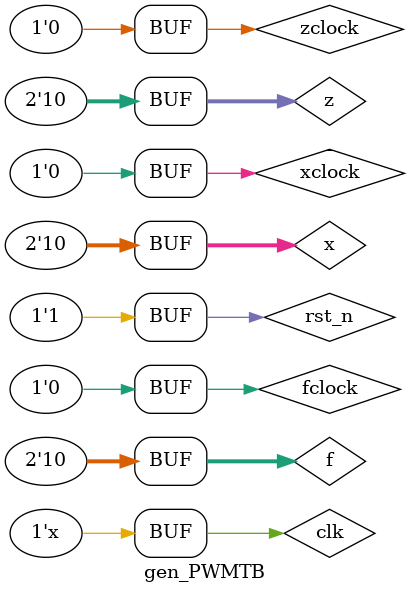
<source format=v>
`timescale 1ns / 1ps


module gen_PWMTB(
    );
reg clk;
reg rst_n;
reg fclock;
reg xclock;
reg zclock;
reg [1:0]f;
reg [1:0]x;
reg [1:0]z;
wire pwm1;
wire pwm2;
wire pwm3;
wire pwm4;
wire [7:0] CNT1;
wire [7:0] CNT2;
wire [7:0] CNT3;
wire [7:0] CNT4;
wire [9:0]dataout;

initial begin
rst_n=0;
clk=0;
fclock=0;
xclock=0;
zclock=0;
f<=2'd0;
x<=2'd0;
z<=2'd0;
#2;
rst_n=1;
#5200;
fclock<=1;
f<=2'd1;
xclock<=1;
x<=2'd1;
zclock<=1;
z<=2'd1;
#2;
fclock<=0;
xclock<=0;
zclock<=0;
#5300;
fclock<=1;
f<=2'd2;
xclock<=1;
x<=2'd2;
zclock<=1;
z<=2'd2;
#2;
fclock<=0;
xclock<=0;
zclock<=0;
end

always #10 clk=~clk;
PWM1 U0(clk,rst_n,fclock,xclock,zclock,f,x,z,pwm1,pwm2,pwm3,pwm4,CNT1,CNT2,CNT3,CNT4,dataout);
endmodule



</source>
